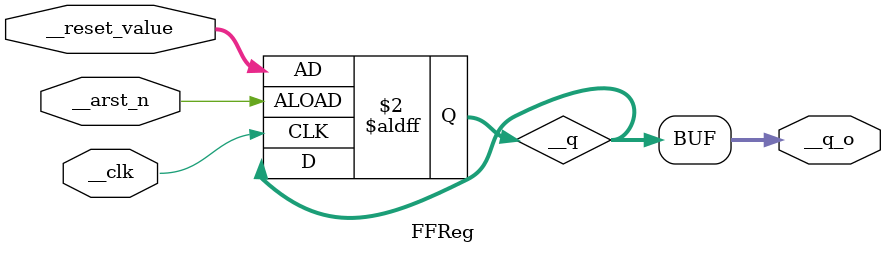
<source format=sv>
`timescale 1ns / 1ps


module FFReg #(
    localparam WIDTH = 16
)
(
output logic[WIDTH-1:0]__q_o,
input logic [WIDTH-1:0] __reset_value,
input logic __clk,
input logic __arst_n
);
    logic [WIDTH-1:0]__q;    
  always_ff @(posedge (__clk) or posedge (__arst_n)) begin 
    if (__arst_n) begin                                  
      __q <= (__reset_value);                              
    end else begin                                         
      __q <= (__q);                                        
    end                                                    
  end
  assign __q_o=__q;
endmodule

</source>
